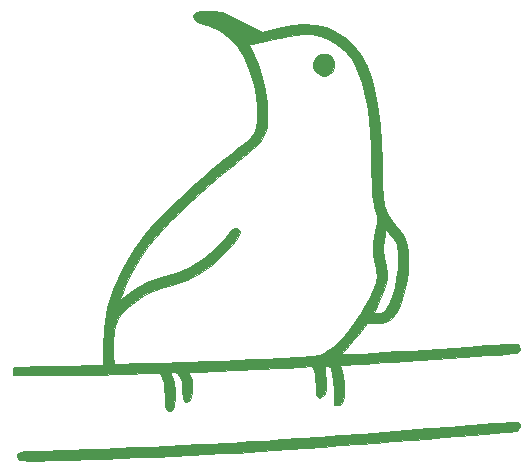
<source format=gbr>
%TF.GenerationSoftware,KiCad,Pcbnew,(5.1.9-0-10_14)*%
%TF.CreationDate,2021-04-26T22:37:03-05:00*%
%TF.ProjectId,wren-numpad-bottom,7772656e-2d6e-4756-9d70-61642d626f74,rev?*%
%TF.SameCoordinates,Original*%
%TF.FileFunction,Legend,Top*%
%TF.FilePolarity,Positive*%
%FSLAX46Y46*%
G04 Gerber Fmt 4.6, Leading zero omitted, Abs format (unit mm)*
G04 Created by KiCad (PCBNEW (5.1.9-0-10_14)) date 2021-04-26 22:37:03*
%MOMM*%
%LPD*%
G01*
G04 APERTURE LIST*
%ADD10C,0.010000*%
G04 APERTURE END LIST*
D10*
%TO.C,G\u002A\u002A\u002A*%
G36*
X194368306Y-78927784D02*
G01*
X194516922Y-79085443D01*
X194529438Y-79326379D01*
X194417528Y-79556436D01*
X194277773Y-79658014D01*
X194116493Y-79686415D01*
X193743056Y-79729885D01*
X193175626Y-79786990D01*
X192432365Y-79856298D01*
X191531436Y-79936377D01*
X190491001Y-80025794D01*
X189329223Y-80123117D01*
X188064265Y-80226913D01*
X186714289Y-80335749D01*
X185297457Y-80448193D01*
X183831933Y-80562813D01*
X182335879Y-80678175D01*
X180827457Y-80792848D01*
X179324831Y-80905399D01*
X177846162Y-81014394D01*
X176409614Y-81118403D01*
X175033349Y-81215992D01*
X173735530Y-81305728D01*
X172534319Y-81386179D01*
X171619818Y-81445120D01*
X170559773Y-81508850D01*
X169359816Y-81575536D01*
X168046992Y-81644053D01*
X166648348Y-81713277D01*
X165190930Y-81782081D01*
X163701785Y-81849341D01*
X162207959Y-81913931D01*
X160736498Y-81974725D01*
X159314447Y-82030599D01*
X157968854Y-82080426D01*
X156726765Y-82123082D01*
X155615225Y-82157441D01*
X154661282Y-82182378D01*
X153891981Y-82196767D01*
X153478728Y-82199961D01*
X152867682Y-82192424D01*
X152451534Y-82166180D01*
X152194733Y-82117105D01*
X152061730Y-82041072D01*
X152056398Y-82034948D01*
X151974243Y-81796977D01*
X152077645Y-81575251D01*
X152324578Y-81425069D01*
X152545017Y-81392002D01*
X152996088Y-81386079D01*
X153652703Y-81370040D01*
X154489762Y-81344920D01*
X155482169Y-81311756D01*
X156604828Y-81271583D01*
X157832641Y-81225438D01*
X159140510Y-81174358D01*
X160503339Y-81119377D01*
X161896030Y-81061532D01*
X163293487Y-81001860D01*
X164670611Y-80941395D01*
X166002307Y-80881176D01*
X167263477Y-80822236D01*
X168429024Y-80765614D01*
X169473850Y-80712344D01*
X170372858Y-80663463D01*
X170811637Y-80637889D01*
X171812470Y-80574980D01*
X173017096Y-80494663D01*
X174399212Y-80398899D01*
X175932515Y-80289644D01*
X177590703Y-80168857D01*
X179347472Y-80038495D01*
X181176521Y-79900518D01*
X183051545Y-79756883D01*
X184946242Y-79609548D01*
X186834310Y-79460471D01*
X188689445Y-79311610D01*
X189374897Y-79255947D01*
X190411108Y-79173336D01*
X191379016Y-79099683D01*
X192253713Y-79036625D01*
X193010289Y-78985798D01*
X193623837Y-78948839D01*
X194069449Y-78927386D01*
X194322216Y-78923075D01*
X194368306Y-78927784D01*
G37*
X194368306Y-78927784D02*
X194516922Y-79085443D01*
X194529438Y-79326379D01*
X194417528Y-79556436D01*
X194277773Y-79658014D01*
X194116493Y-79686415D01*
X193743056Y-79729885D01*
X193175626Y-79786990D01*
X192432365Y-79856298D01*
X191531436Y-79936377D01*
X190491001Y-80025794D01*
X189329223Y-80123117D01*
X188064265Y-80226913D01*
X186714289Y-80335749D01*
X185297457Y-80448193D01*
X183831933Y-80562813D01*
X182335879Y-80678175D01*
X180827457Y-80792848D01*
X179324831Y-80905399D01*
X177846162Y-81014394D01*
X176409614Y-81118403D01*
X175033349Y-81215992D01*
X173735530Y-81305728D01*
X172534319Y-81386179D01*
X171619818Y-81445120D01*
X170559773Y-81508850D01*
X169359816Y-81575536D01*
X168046992Y-81644053D01*
X166648348Y-81713277D01*
X165190930Y-81782081D01*
X163701785Y-81849341D01*
X162207959Y-81913931D01*
X160736498Y-81974725D01*
X159314447Y-82030599D01*
X157968854Y-82080426D01*
X156726765Y-82123082D01*
X155615225Y-82157441D01*
X154661282Y-82182378D01*
X153891981Y-82196767D01*
X153478728Y-82199961D01*
X152867682Y-82192424D01*
X152451534Y-82166180D01*
X152194733Y-82117105D01*
X152061730Y-82041072D01*
X152056398Y-82034948D01*
X151974243Y-81796977D01*
X152077645Y-81575251D01*
X152324578Y-81425069D01*
X152545017Y-81392002D01*
X152996088Y-81386079D01*
X153652703Y-81370040D01*
X154489762Y-81344920D01*
X155482169Y-81311756D01*
X156604828Y-81271583D01*
X157832641Y-81225438D01*
X159140510Y-81174358D01*
X160503339Y-81119377D01*
X161896030Y-81061532D01*
X163293487Y-81001860D01*
X164670611Y-80941395D01*
X166002307Y-80881176D01*
X167263477Y-80822236D01*
X168429024Y-80765614D01*
X169473850Y-80712344D01*
X170372858Y-80663463D01*
X170811637Y-80637889D01*
X171812470Y-80574980D01*
X173017096Y-80494663D01*
X174399212Y-80398899D01*
X175932515Y-80289644D01*
X177590703Y-80168857D01*
X179347472Y-80038495D01*
X181176521Y-79900518D01*
X183051545Y-79756883D01*
X184946242Y-79609548D01*
X186834310Y-79460471D01*
X188689445Y-79311610D01*
X189374897Y-79255947D01*
X190411108Y-79173336D01*
X191379016Y-79099683D01*
X192253713Y-79036625D01*
X193010289Y-78985798D01*
X193623837Y-78948839D01*
X194069449Y-78927386D01*
X194322216Y-78923075D01*
X194368306Y-78927784D01*
G36*
X168206576Y-44116724D02*
G01*
X168361659Y-44123729D01*
X168748060Y-44145523D01*
X169060222Y-44179637D01*
X169346497Y-44242227D01*
X169655235Y-44349448D01*
X170034791Y-44517457D01*
X170533516Y-44762407D01*
X171037116Y-45017664D01*
X172698278Y-45863104D01*
X174053352Y-45554105D01*
X175252584Y-45328768D01*
X176303772Y-45243852D01*
X177246967Y-45305840D01*
X178122220Y-45521215D01*
X178969582Y-45896459D01*
X179829103Y-46438056D01*
X179920230Y-46503775D01*
X180517439Y-47064497D01*
X181068388Y-47834782D01*
X181563040Y-48796144D01*
X181991355Y-49930094D01*
X182232182Y-50761568D01*
X182396765Y-51550190D01*
X182540301Y-52558080D01*
X182661779Y-53774466D01*
X182760186Y-55188578D01*
X182834509Y-56789645D01*
X182854223Y-57378297D01*
X182883243Y-58303176D01*
X182909486Y-59028888D01*
X182936266Y-59587097D01*
X182966898Y-60009465D01*
X183004696Y-60327653D01*
X183052974Y-60573326D01*
X183115046Y-60778146D01*
X183194226Y-60973774D01*
X183241542Y-61078635D01*
X183482344Y-61514132D01*
X183809041Y-61994322D01*
X184088415Y-62342012D01*
X184536393Y-62891134D01*
X184836302Y-63391350D01*
X185013922Y-63914228D01*
X185095033Y-64531338D01*
X185107480Y-65171205D01*
X185048397Y-66191844D01*
X184900215Y-67204094D01*
X184675813Y-68154921D01*
X184388074Y-68991290D01*
X184049877Y-69660165D01*
X183998031Y-69739196D01*
X183628466Y-70192911D01*
X183236420Y-70456284D01*
X182751741Y-70564904D01*
X182361176Y-70569670D01*
X181632945Y-70541772D01*
X180813324Y-71568191D01*
X180445157Y-72016242D01*
X180089998Y-72425836D01*
X179794159Y-72744750D01*
X179636766Y-72894953D01*
X179279829Y-73195296D01*
X179837096Y-73195098D01*
X180125025Y-73187033D01*
X180618108Y-73164030D01*
X181291182Y-73127684D01*
X182119086Y-73079593D01*
X183076657Y-73021353D01*
X184138733Y-72954561D01*
X185280152Y-72880815D01*
X186475751Y-72801710D01*
X187700368Y-72718843D01*
X188928842Y-72633813D01*
X190136009Y-72548214D01*
X190877512Y-72494476D01*
X191735886Y-72434263D01*
X192523626Y-72383904D01*
X193210102Y-72344968D01*
X193764686Y-72319024D01*
X194156748Y-72307642D01*
X194355659Y-72312389D01*
X194370012Y-72315578D01*
X194495495Y-72468238D01*
X194534151Y-72720006D01*
X194479301Y-72953436D01*
X194410584Y-73029226D01*
X194264430Y-73057314D01*
X193908949Y-73097947D01*
X193365290Y-73149536D01*
X192654600Y-73210490D01*
X191798030Y-73279219D01*
X190816727Y-73354135D01*
X189731840Y-73433646D01*
X188564518Y-73516162D01*
X187335910Y-73600095D01*
X186067165Y-73683853D01*
X184779430Y-73765847D01*
X183858000Y-73822557D01*
X183001108Y-73875310D01*
X182177826Y-73927506D01*
X181429521Y-73976406D01*
X180797558Y-74019273D01*
X180323304Y-74053369D01*
X180093818Y-74071728D01*
X179331455Y-74138962D01*
X179500129Y-74619629D01*
X179592098Y-75033489D01*
X179645759Y-75585569D01*
X179659157Y-76186061D01*
X179630341Y-76745156D01*
X179557356Y-77173044D01*
X179555776Y-77178477D01*
X179438164Y-77429914D01*
X179235827Y-77519160D01*
X179116057Y-77524841D01*
X178778000Y-77524841D01*
X178777414Y-76254841D01*
X178748353Y-75443862D01*
X178664097Y-74818555D01*
X178527784Y-74389891D01*
X178342551Y-74168844D01*
X178174043Y-74145767D01*
X178022007Y-74258219D01*
X178010907Y-74356698D01*
X178037432Y-74545730D01*
X178070727Y-74896901D01*
X178104483Y-75341811D01*
X178111421Y-75446659D01*
X178134791Y-75926088D01*
X178123555Y-76239873D01*
X178068323Y-76451900D01*
X177959704Y-76626055D01*
X177933247Y-76658932D01*
X177739694Y-76848633D01*
X177576608Y-76864651D01*
X177486370Y-76819633D01*
X177376193Y-76710125D01*
X177308572Y-76512747D01*
X177272264Y-76176261D01*
X177258371Y-75780542D01*
X177233121Y-75296623D01*
X177183805Y-74862361D01*
X177120470Y-74562861D01*
X177111756Y-74538329D01*
X176983861Y-74207271D01*
X175918203Y-74281449D01*
X175611505Y-74299877D01*
X175119647Y-74325891D01*
X174475302Y-74358022D01*
X173711141Y-74394803D01*
X172859834Y-74434768D01*
X171954053Y-74476448D01*
X171026468Y-74518376D01*
X170109751Y-74559085D01*
X169236573Y-74597107D01*
X168439605Y-74630975D01*
X167751518Y-74659222D01*
X167204983Y-74680379D01*
X166832671Y-74692980D01*
X166690028Y-74695933D01*
X166571658Y-74716353D01*
X166557957Y-74817235D01*
X166645460Y-75058726D01*
X166666246Y-75108751D01*
X166768411Y-75486279D01*
X166813210Y-75941948D01*
X166803877Y-76407600D01*
X166743645Y-76815075D01*
X166635746Y-77096217D01*
X166568682Y-77165834D01*
X166314013Y-77251271D01*
X166132697Y-77134926D01*
X166020124Y-76809741D01*
X165971686Y-76268662D01*
X165971231Y-76251303D01*
X165907267Y-75571882D01*
X165757132Y-75078688D01*
X165526172Y-74783317D01*
X165254501Y-74696205D01*
X165046719Y-74725693D01*
X165021812Y-74841889D01*
X165042789Y-74898250D01*
X165262155Y-75564035D01*
X165377942Y-76254833D01*
X165387942Y-76909872D01*
X165289946Y-77468380D01*
X165147571Y-77782321D01*
X164974933Y-77994840D01*
X164810914Y-78021952D01*
X164637574Y-77933078D01*
X164551525Y-77818361D01*
X164497789Y-77579977D01*
X164470675Y-77179083D01*
X164464392Y-76751437D01*
X164441917Y-76078318D01*
X164374161Y-75584184D01*
X164262447Y-75237349D01*
X164063257Y-74797130D01*
X160221538Y-74890985D01*
X159160051Y-74914989D01*
X158047210Y-74936726D01*
X156936987Y-74955378D01*
X155883357Y-74970131D01*
X154940296Y-74980168D01*
X154161778Y-74984673D01*
X154013000Y-74984841D01*
X151646182Y-74984841D01*
X151609586Y-74666685D01*
X151633207Y-74400393D01*
X151728185Y-74288974D01*
X151878027Y-74271854D01*
X152229791Y-74251327D01*
X152754533Y-74228478D01*
X153423310Y-74204392D01*
X154207179Y-74180154D01*
X155077196Y-74156850D01*
X155560492Y-74145313D01*
X159237603Y-74061205D01*
X159216845Y-72767182D01*
X159222916Y-72641963D01*
X160058380Y-72641963D01*
X160084576Y-73241342D01*
X160158978Y-74037843D01*
X162656671Y-73961446D01*
X163496839Y-73934824D01*
X164499131Y-73901576D01*
X165594936Y-73864070D01*
X166715645Y-73824672D01*
X167792647Y-73785751D01*
X168387091Y-73763696D01*
X169446508Y-73722316D01*
X170628424Y-73673435D01*
X171854125Y-73620486D01*
X173044897Y-73566904D01*
X174122026Y-73516124D01*
X174582750Y-73493392D01*
X175488379Y-73447098D01*
X176194526Y-73407617D01*
X176732360Y-73370856D01*
X177133051Y-73332723D01*
X177427768Y-73289123D01*
X177647681Y-73235964D01*
X177823959Y-73169154D01*
X177987771Y-73084599D01*
X178073726Y-73034985D01*
X178695954Y-72586445D01*
X179363509Y-71954886D01*
X180045650Y-71175306D01*
X180711636Y-70282706D01*
X181086676Y-69696883D01*
X182183909Y-69696883D01*
X182285302Y-69719869D01*
X182536039Y-69714997D01*
X182605394Y-69709765D01*
X183018974Y-69588925D01*
X183239993Y-69385296D01*
X183496339Y-68926253D01*
X183730399Y-68300885D01*
X183933472Y-67561775D01*
X184096858Y-66761506D01*
X184211856Y-65952664D01*
X184269765Y-65187831D01*
X184261885Y-64519591D01*
X184179515Y-64000527D01*
X184147175Y-63902621D01*
X184020362Y-63658279D01*
X183818595Y-63353720D01*
X183588850Y-63050283D01*
X183378103Y-62809310D01*
X183233330Y-62692141D01*
X183217712Y-62688932D01*
X183162675Y-62794090D01*
X183092259Y-63072079D01*
X183020250Y-63466666D01*
X183008950Y-63540568D01*
X182947109Y-64063093D01*
X182947308Y-64465092D01*
X183012808Y-64849342D01*
X183055646Y-65012614D01*
X183222585Y-65699955D01*
X183296386Y-66291418D01*
X183269988Y-66848147D01*
X183136331Y-67431283D01*
X182888353Y-68101970D01*
X182632149Y-68679686D01*
X182436295Y-69107782D01*
X182283846Y-69450381D01*
X182196455Y-69658346D01*
X182183909Y-69696883D01*
X181086676Y-69696883D01*
X181304351Y-69356869D01*
X181788290Y-68494237D01*
X182130446Y-67767593D01*
X182339891Y-67138104D01*
X182425698Y-66566941D01*
X182396937Y-66015270D01*
X182262681Y-65444260D01*
X182237142Y-65364105D01*
X182101420Y-64632695D01*
X182118197Y-63752046D01*
X182286541Y-62745480D01*
X182352508Y-62475710D01*
X182446149Y-62084884D01*
X182478407Y-61797601D01*
X182445298Y-61517567D01*
X182342841Y-61148492D01*
X182290789Y-60983375D01*
X182215499Y-60724324D01*
X182154762Y-60450470D01*
X182105880Y-60129857D01*
X182066157Y-59730528D01*
X182032895Y-59220524D01*
X182003397Y-58567890D01*
X181974965Y-57740668D01*
X181952364Y-56973932D01*
X181904505Y-55592932D01*
X181842500Y-54408197D01*
X181762447Y-53385313D01*
X181660446Y-52489863D01*
X181532598Y-51687432D01*
X181375003Y-50943605D01*
X181189803Y-50244768D01*
X180797001Y-49133789D01*
X180312429Y-48219479D01*
X179719195Y-47480075D01*
X179000405Y-46893813D01*
X178285379Y-46502938D01*
X177632791Y-46254353D01*
X176980394Y-46114307D01*
X176279466Y-46081450D01*
X175481281Y-46154432D01*
X174537117Y-46331901D01*
X174275273Y-46391798D01*
X173652793Y-46533234D01*
X173051336Y-46661132D01*
X172537433Y-46761883D01*
X172177616Y-46821879D01*
X172163762Y-46823708D01*
X171831822Y-46879273D01*
X171624768Y-46938670D01*
X171587150Y-46973717D01*
X171655039Y-47106350D01*
X171797507Y-47379954D01*
X171954617Y-47679841D01*
X172384050Y-48638255D01*
X172729787Y-49694508D01*
X172983226Y-50795955D01*
X173135762Y-51889953D01*
X173178793Y-52923855D01*
X173103714Y-53845019D01*
X173024526Y-54226566D01*
X172864435Y-54660827D01*
X172638305Y-55070472D01*
X172533844Y-55209182D01*
X172408861Y-55349931D01*
X172275232Y-55488399D01*
X172109439Y-55644460D01*
X171887964Y-55837989D01*
X171587287Y-56088859D01*
X171183891Y-56416945D01*
X170654257Y-56842121D01*
X169974866Y-57384261D01*
X169714818Y-57591408D01*
X169013512Y-58169454D01*
X168216801Y-58858762D01*
X167368122Y-59619049D01*
X166510915Y-60410033D01*
X165688619Y-61191433D01*
X164944672Y-61922965D01*
X164322512Y-62564347D01*
X164143796Y-62757628D01*
X163076027Y-64033966D01*
X162195490Y-65321545D01*
X161463673Y-66680170D01*
X161123928Y-67447108D01*
X160943889Y-67887989D01*
X160803327Y-68243532D01*
X160721868Y-68463500D01*
X160709364Y-68508223D01*
X160793597Y-68471653D01*
X161018081Y-68322433D01*
X161340492Y-68089282D01*
X161470543Y-67991724D01*
X162235592Y-67457283D01*
X162934750Y-67074830D01*
X163638699Y-66810164D01*
X164200659Y-66670772D01*
X165438801Y-66313551D01*
X166643578Y-65769429D01*
X167772116Y-65066728D01*
X168781547Y-64233769D01*
X169628999Y-63298874D01*
X169919721Y-62892616D01*
X170203823Y-62567059D01*
X170472872Y-62467824D01*
X170722001Y-62596371D01*
X170761258Y-62640060D01*
X170827836Y-62842377D01*
X170746936Y-63127365D01*
X170509779Y-63508719D01*
X170107586Y-64000133D01*
X169531578Y-64615300D01*
X169426182Y-64722600D01*
X168458393Y-65603513D01*
X167448023Y-66314256D01*
X166347713Y-66880404D01*
X165110102Y-67327529D01*
X164121944Y-67586790D01*
X163456541Y-67813929D01*
X162739361Y-68183472D01*
X162024388Y-68655509D01*
X161365606Y-69190127D01*
X160816997Y-69747415D01*
X160432545Y-70287460D01*
X160408751Y-70332092D01*
X160266082Y-70736977D01*
X160155023Y-71302761D01*
X160083234Y-71960678D01*
X160058380Y-72641963D01*
X159222916Y-72641963D01*
X159302801Y-70994395D01*
X159615614Y-69247728D01*
X160151894Y-67535799D01*
X160908253Y-65867220D01*
X161881304Y-64250608D01*
X163067657Y-62694576D01*
X163271596Y-62458023D01*
X163933222Y-61738928D01*
X164739395Y-60920930D01*
X165648692Y-60042001D01*
X166619694Y-59140116D01*
X167610980Y-58253249D01*
X168581128Y-57419372D01*
X169488719Y-56676459D01*
X170061182Y-56233468D01*
X170805003Y-55657351D01*
X171369618Y-55178318D01*
X171775406Y-54777332D01*
X172042750Y-54435357D01*
X172111453Y-54318477D01*
X172219518Y-53967783D01*
X172282517Y-53444236D01*
X172301368Y-52801270D01*
X172276989Y-52092315D01*
X172210297Y-51370805D01*
X172102211Y-50690170D01*
X172044653Y-50429188D01*
X171654554Y-49112910D01*
X171168667Y-47998734D01*
X170576753Y-47074289D01*
X169868575Y-46327200D01*
X169033894Y-45745094D01*
X168062473Y-45315598D01*
X167725994Y-45209786D01*
X167227291Y-45020673D01*
X166942057Y-44805895D01*
X166875856Y-44573219D01*
X167034254Y-44330413D01*
X167072540Y-44297774D01*
X167239181Y-44189180D01*
X167444740Y-44128072D01*
X167747708Y-44106552D01*
X168206576Y-44116724D01*
G37*
X168206576Y-44116724D02*
X168361659Y-44123729D01*
X168748060Y-44145523D01*
X169060222Y-44179637D01*
X169346497Y-44242227D01*
X169655235Y-44349448D01*
X170034791Y-44517457D01*
X170533516Y-44762407D01*
X171037116Y-45017664D01*
X172698278Y-45863104D01*
X174053352Y-45554105D01*
X175252584Y-45328768D01*
X176303772Y-45243852D01*
X177246967Y-45305840D01*
X178122220Y-45521215D01*
X178969582Y-45896459D01*
X179829103Y-46438056D01*
X179920230Y-46503775D01*
X180517439Y-47064497D01*
X181068388Y-47834782D01*
X181563040Y-48796144D01*
X181991355Y-49930094D01*
X182232182Y-50761568D01*
X182396765Y-51550190D01*
X182540301Y-52558080D01*
X182661779Y-53774466D01*
X182760186Y-55188578D01*
X182834509Y-56789645D01*
X182854223Y-57378297D01*
X182883243Y-58303176D01*
X182909486Y-59028888D01*
X182936266Y-59587097D01*
X182966898Y-60009465D01*
X183004696Y-60327653D01*
X183052974Y-60573326D01*
X183115046Y-60778146D01*
X183194226Y-60973774D01*
X183241542Y-61078635D01*
X183482344Y-61514132D01*
X183809041Y-61994322D01*
X184088415Y-62342012D01*
X184536393Y-62891134D01*
X184836302Y-63391350D01*
X185013922Y-63914228D01*
X185095033Y-64531338D01*
X185107480Y-65171205D01*
X185048397Y-66191844D01*
X184900215Y-67204094D01*
X184675813Y-68154921D01*
X184388074Y-68991290D01*
X184049877Y-69660165D01*
X183998031Y-69739196D01*
X183628466Y-70192911D01*
X183236420Y-70456284D01*
X182751741Y-70564904D01*
X182361176Y-70569670D01*
X181632945Y-70541772D01*
X180813324Y-71568191D01*
X180445157Y-72016242D01*
X180089998Y-72425836D01*
X179794159Y-72744750D01*
X179636766Y-72894953D01*
X179279829Y-73195296D01*
X179837096Y-73195098D01*
X180125025Y-73187033D01*
X180618108Y-73164030D01*
X181291182Y-73127684D01*
X182119086Y-73079593D01*
X183076657Y-73021353D01*
X184138733Y-72954561D01*
X185280152Y-72880815D01*
X186475751Y-72801710D01*
X187700368Y-72718843D01*
X188928842Y-72633813D01*
X190136009Y-72548214D01*
X190877512Y-72494476D01*
X191735886Y-72434263D01*
X192523626Y-72383904D01*
X193210102Y-72344968D01*
X193764686Y-72319024D01*
X194156748Y-72307642D01*
X194355659Y-72312389D01*
X194370012Y-72315578D01*
X194495495Y-72468238D01*
X194534151Y-72720006D01*
X194479301Y-72953436D01*
X194410584Y-73029226D01*
X194264430Y-73057314D01*
X193908949Y-73097947D01*
X193365290Y-73149536D01*
X192654600Y-73210490D01*
X191798030Y-73279219D01*
X190816727Y-73354135D01*
X189731840Y-73433646D01*
X188564518Y-73516162D01*
X187335910Y-73600095D01*
X186067165Y-73683853D01*
X184779430Y-73765847D01*
X183858000Y-73822557D01*
X183001108Y-73875310D01*
X182177826Y-73927506D01*
X181429521Y-73976406D01*
X180797558Y-74019273D01*
X180323304Y-74053369D01*
X180093818Y-74071728D01*
X179331455Y-74138962D01*
X179500129Y-74619629D01*
X179592098Y-75033489D01*
X179645759Y-75585569D01*
X179659157Y-76186061D01*
X179630341Y-76745156D01*
X179557356Y-77173044D01*
X179555776Y-77178477D01*
X179438164Y-77429914D01*
X179235827Y-77519160D01*
X179116057Y-77524841D01*
X178778000Y-77524841D01*
X178777414Y-76254841D01*
X178748353Y-75443862D01*
X178664097Y-74818555D01*
X178527784Y-74389891D01*
X178342551Y-74168844D01*
X178174043Y-74145767D01*
X178022007Y-74258219D01*
X178010907Y-74356698D01*
X178037432Y-74545730D01*
X178070727Y-74896901D01*
X178104483Y-75341811D01*
X178111421Y-75446659D01*
X178134791Y-75926088D01*
X178123555Y-76239873D01*
X178068323Y-76451900D01*
X177959704Y-76626055D01*
X177933247Y-76658932D01*
X177739694Y-76848633D01*
X177576608Y-76864651D01*
X177486370Y-76819633D01*
X177376193Y-76710125D01*
X177308572Y-76512747D01*
X177272264Y-76176261D01*
X177258371Y-75780542D01*
X177233121Y-75296623D01*
X177183805Y-74862361D01*
X177120470Y-74562861D01*
X177111756Y-74538329D01*
X176983861Y-74207271D01*
X175918203Y-74281449D01*
X175611505Y-74299877D01*
X175119647Y-74325891D01*
X174475302Y-74358022D01*
X173711141Y-74394803D01*
X172859834Y-74434768D01*
X171954053Y-74476448D01*
X171026468Y-74518376D01*
X170109751Y-74559085D01*
X169236573Y-74597107D01*
X168439605Y-74630975D01*
X167751518Y-74659222D01*
X167204983Y-74680379D01*
X166832671Y-74692980D01*
X166690028Y-74695933D01*
X166571658Y-74716353D01*
X166557957Y-74817235D01*
X166645460Y-75058726D01*
X166666246Y-75108751D01*
X166768411Y-75486279D01*
X166813210Y-75941948D01*
X166803877Y-76407600D01*
X166743645Y-76815075D01*
X166635746Y-77096217D01*
X166568682Y-77165834D01*
X166314013Y-77251271D01*
X166132697Y-77134926D01*
X166020124Y-76809741D01*
X165971686Y-76268662D01*
X165971231Y-76251303D01*
X165907267Y-75571882D01*
X165757132Y-75078688D01*
X165526172Y-74783317D01*
X165254501Y-74696205D01*
X165046719Y-74725693D01*
X165021812Y-74841889D01*
X165042789Y-74898250D01*
X165262155Y-75564035D01*
X165377942Y-76254833D01*
X165387942Y-76909872D01*
X165289946Y-77468380D01*
X165147571Y-77782321D01*
X164974933Y-77994840D01*
X164810914Y-78021952D01*
X164637574Y-77933078D01*
X164551525Y-77818361D01*
X164497789Y-77579977D01*
X164470675Y-77179083D01*
X164464392Y-76751437D01*
X164441917Y-76078318D01*
X164374161Y-75584184D01*
X164262447Y-75237349D01*
X164063257Y-74797130D01*
X160221538Y-74890985D01*
X159160051Y-74914989D01*
X158047210Y-74936726D01*
X156936987Y-74955378D01*
X155883357Y-74970131D01*
X154940296Y-74980168D01*
X154161778Y-74984673D01*
X154013000Y-74984841D01*
X151646182Y-74984841D01*
X151609586Y-74666685D01*
X151633207Y-74400393D01*
X151728185Y-74288974D01*
X151878027Y-74271854D01*
X152229791Y-74251327D01*
X152754533Y-74228478D01*
X153423310Y-74204392D01*
X154207179Y-74180154D01*
X155077196Y-74156850D01*
X155560492Y-74145313D01*
X159237603Y-74061205D01*
X159216845Y-72767182D01*
X159222916Y-72641963D01*
X160058380Y-72641963D01*
X160084576Y-73241342D01*
X160158978Y-74037843D01*
X162656671Y-73961446D01*
X163496839Y-73934824D01*
X164499131Y-73901576D01*
X165594936Y-73864070D01*
X166715645Y-73824672D01*
X167792647Y-73785751D01*
X168387091Y-73763696D01*
X169446508Y-73722316D01*
X170628424Y-73673435D01*
X171854125Y-73620486D01*
X173044897Y-73566904D01*
X174122026Y-73516124D01*
X174582750Y-73493392D01*
X175488379Y-73447098D01*
X176194526Y-73407617D01*
X176732360Y-73370856D01*
X177133051Y-73332723D01*
X177427768Y-73289123D01*
X177647681Y-73235964D01*
X177823959Y-73169154D01*
X177987771Y-73084599D01*
X178073726Y-73034985D01*
X178695954Y-72586445D01*
X179363509Y-71954886D01*
X180045650Y-71175306D01*
X180711636Y-70282706D01*
X181086676Y-69696883D01*
X182183909Y-69696883D01*
X182285302Y-69719869D01*
X182536039Y-69714997D01*
X182605394Y-69709765D01*
X183018974Y-69588925D01*
X183239993Y-69385296D01*
X183496339Y-68926253D01*
X183730399Y-68300885D01*
X183933472Y-67561775D01*
X184096858Y-66761506D01*
X184211856Y-65952664D01*
X184269765Y-65187831D01*
X184261885Y-64519591D01*
X184179515Y-64000527D01*
X184147175Y-63902621D01*
X184020362Y-63658279D01*
X183818595Y-63353720D01*
X183588850Y-63050283D01*
X183378103Y-62809310D01*
X183233330Y-62692141D01*
X183217712Y-62688932D01*
X183162675Y-62794090D01*
X183092259Y-63072079D01*
X183020250Y-63466666D01*
X183008950Y-63540568D01*
X182947109Y-64063093D01*
X182947308Y-64465092D01*
X183012808Y-64849342D01*
X183055646Y-65012614D01*
X183222585Y-65699955D01*
X183296386Y-66291418D01*
X183269988Y-66848147D01*
X183136331Y-67431283D01*
X182888353Y-68101970D01*
X182632149Y-68679686D01*
X182436295Y-69107782D01*
X182283846Y-69450381D01*
X182196455Y-69658346D01*
X182183909Y-69696883D01*
X181086676Y-69696883D01*
X181304351Y-69356869D01*
X181788290Y-68494237D01*
X182130446Y-67767593D01*
X182339891Y-67138104D01*
X182425698Y-66566941D01*
X182396937Y-66015270D01*
X182262681Y-65444260D01*
X182237142Y-65364105D01*
X182101420Y-64632695D01*
X182118197Y-63752046D01*
X182286541Y-62745480D01*
X182352508Y-62475710D01*
X182446149Y-62084884D01*
X182478407Y-61797601D01*
X182445298Y-61517567D01*
X182342841Y-61148492D01*
X182290789Y-60983375D01*
X182215499Y-60724324D01*
X182154762Y-60450470D01*
X182105880Y-60129857D01*
X182066157Y-59730528D01*
X182032895Y-59220524D01*
X182003397Y-58567890D01*
X181974965Y-57740668D01*
X181952364Y-56973932D01*
X181904505Y-55592932D01*
X181842500Y-54408197D01*
X181762447Y-53385313D01*
X181660446Y-52489863D01*
X181532598Y-51687432D01*
X181375003Y-50943605D01*
X181189803Y-50244768D01*
X180797001Y-49133789D01*
X180312429Y-48219479D01*
X179719195Y-47480075D01*
X179000405Y-46893813D01*
X178285379Y-46502938D01*
X177632791Y-46254353D01*
X176980394Y-46114307D01*
X176279466Y-46081450D01*
X175481281Y-46154432D01*
X174537117Y-46331901D01*
X174275273Y-46391798D01*
X173652793Y-46533234D01*
X173051336Y-46661132D01*
X172537433Y-46761883D01*
X172177616Y-46821879D01*
X172163762Y-46823708D01*
X171831822Y-46879273D01*
X171624768Y-46938670D01*
X171587150Y-46973717D01*
X171655039Y-47106350D01*
X171797507Y-47379954D01*
X171954617Y-47679841D01*
X172384050Y-48638255D01*
X172729787Y-49694508D01*
X172983226Y-50795955D01*
X173135762Y-51889953D01*
X173178793Y-52923855D01*
X173103714Y-53845019D01*
X173024526Y-54226566D01*
X172864435Y-54660827D01*
X172638305Y-55070472D01*
X172533844Y-55209182D01*
X172408861Y-55349931D01*
X172275232Y-55488399D01*
X172109439Y-55644460D01*
X171887964Y-55837989D01*
X171587287Y-56088859D01*
X171183891Y-56416945D01*
X170654257Y-56842121D01*
X169974866Y-57384261D01*
X169714818Y-57591408D01*
X169013512Y-58169454D01*
X168216801Y-58858762D01*
X167368122Y-59619049D01*
X166510915Y-60410033D01*
X165688619Y-61191433D01*
X164944672Y-61922965D01*
X164322512Y-62564347D01*
X164143796Y-62757628D01*
X163076027Y-64033966D01*
X162195490Y-65321545D01*
X161463673Y-66680170D01*
X161123928Y-67447108D01*
X160943889Y-67887989D01*
X160803327Y-68243532D01*
X160721868Y-68463500D01*
X160709364Y-68508223D01*
X160793597Y-68471653D01*
X161018081Y-68322433D01*
X161340492Y-68089282D01*
X161470543Y-67991724D01*
X162235592Y-67457283D01*
X162934750Y-67074830D01*
X163638699Y-66810164D01*
X164200659Y-66670772D01*
X165438801Y-66313551D01*
X166643578Y-65769429D01*
X167772116Y-65066728D01*
X168781547Y-64233769D01*
X169628999Y-63298874D01*
X169919721Y-62892616D01*
X170203823Y-62567059D01*
X170472872Y-62467824D01*
X170722001Y-62596371D01*
X170761258Y-62640060D01*
X170827836Y-62842377D01*
X170746936Y-63127365D01*
X170509779Y-63508719D01*
X170107586Y-64000133D01*
X169531578Y-64615300D01*
X169426182Y-64722600D01*
X168458393Y-65603513D01*
X167448023Y-66314256D01*
X166347713Y-66880404D01*
X165110102Y-67327529D01*
X164121944Y-67586790D01*
X163456541Y-67813929D01*
X162739361Y-68183472D01*
X162024388Y-68655509D01*
X161365606Y-69190127D01*
X160816997Y-69747415D01*
X160432545Y-70287460D01*
X160408751Y-70332092D01*
X160266082Y-70736977D01*
X160155023Y-71302761D01*
X160083234Y-71960678D01*
X160058380Y-72641963D01*
X159222916Y-72641963D01*
X159302801Y-70994395D01*
X159615614Y-69247728D01*
X160151894Y-67535799D01*
X160908253Y-65867220D01*
X161881304Y-64250608D01*
X163067657Y-62694576D01*
X163271596Y-62458023D01*
X163933222Y-61738928D01*
X164739395Y-60920930D01*
X165648692Y-60042001D01*
X166619694Y-59140116D01*
X167610980Y-58253249D01*
X168581128Y-57419372D01*
X169488719Y-56676459D01*
X170061182Y-56233468D01*
X170805003Y-55657351D01*
X171369618Y-55178318D01*
X171775406Y-54777332D01*
X172042750Y-54435357D01*
X172111453Y-54318477D01*
X172219518Y-53967783D01*
X172282517Y-53444236D01*
X172301368Y-52801270D01*
X172276989Y-52092315D01*
X172210297Y-51370805D01*
X172102211Y-50690170D01*
X172044653Y-50429188D01*
X171654554Y-49112910D01*
X171168667Y-47998734D01*
X170576753Y-47074289D01*
X169868575Y-46327200D01*
X169033894Y-45745094D01*
X168062473Y-45315598D01*
X167725994Y-45209786D01*
X167227291Y-45020673D01*
X166942057Y-44805895D01*
X166875856Y-44573219D01*
X167034254Y-44330413D01*
X167072540Y-44297774D01*
X167239181Y-44189180D01*
X167444740Y-44128072D01*
X167747708Y-44106552D01*
X168206576Y-44116724D01*
G36*
X178132193Y-47756926D02*
G01*
X178293564Y-47809838D01*
X178635928Y-48058222D01*
X178819617Y-48411881D01*
X178841782Y-48806423D01*
X178699575Y-49177455D01*
X178390148Y-49460585D01*
X178367125Y-49472895D01*
X178084324Y-49604113D01*
X177884633Y-49623930D01*
X177650663Y-49535488D01*
X177568003Y-49494273D01*
X177232441Y-49226235D01*
X177069180Y-48886854D01*
X177058071Y-48522904D01*
X177178966Y-48181161D01*
X177411717Y-47908400D01*
X177736175Y-47751397D01*
X178132193Y-47756926D01*
G37*
X178132193Y-47756926D02*
X178293564Y-47809838D01*
X178635928Y-48058222D01*
X178819617Y-48411881D01*
X178841782Y-48806423D01*
X178699575Y-49177455D01*
X178390148Y-49460585D01*
X178367125Y-49472895D01*
X178084324Y-49604113D01*
X177884633Y-49623930D01*
X177650663Y-49535488D01*
X177568003Y-49494273D01*
X177232441Y-49226235D01*
X177069180Y-48886854D01*
X177058071Y-48522904D01*
X177178966Y-48181161D01*
X177411717Y-47908400D01*
X177736175Y-47751397D01*
X178132193Y-47756926D01*
%TD*%
M02*

</source>
